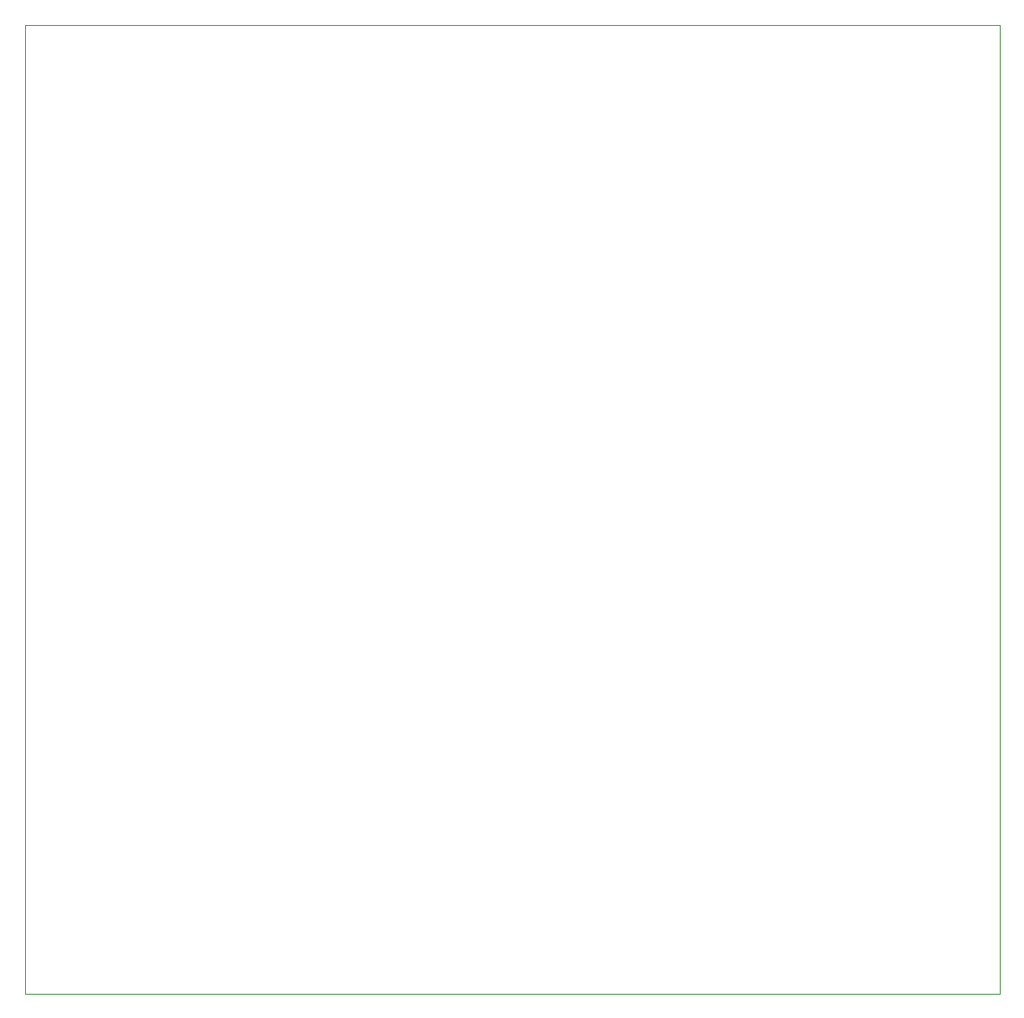
<source format=gbr>
G04 #@! TF.GenerationSoftware,KiCad,Pcbnew,(5.1.2-1)-1*
G04 #@! TF.CreationDate,2021-10-25T14:12:27-04:00*
G04 #@! TF.ProjectId,Power Supply,506f7765-7220-4537-9570-706c792e6b69,rev?*
G04 #@! TF.SameCoordinates,Original*
G04 #@! TF.FileFunction,Profile,NP*
%FSLAX46Y46*%
G04 Gerber Fmt 4.6, Leading zero omitted, Abs format (unit mm)*
G04 Created by KiCad (PCBNEW (5.1.2-1)-1) date 2021-10-25 14:12:27*
%MOMM*%
%LPD*%
G04 APERTURE LIST*
%ADD10C,0.050000*%
G04 APERTURE END LIST*
D10*
X109220000Y-109982000D02*
X13716000Y-109982000D01*
X109220000Y-14986000D02*
X109220000Y-109982000D01*
X13716000Y-14986000D02*
X109220000Y-14986000D01*
X13716000Y-109982000D02*
X13716000Y-14986000D01*
M02*

</source>
